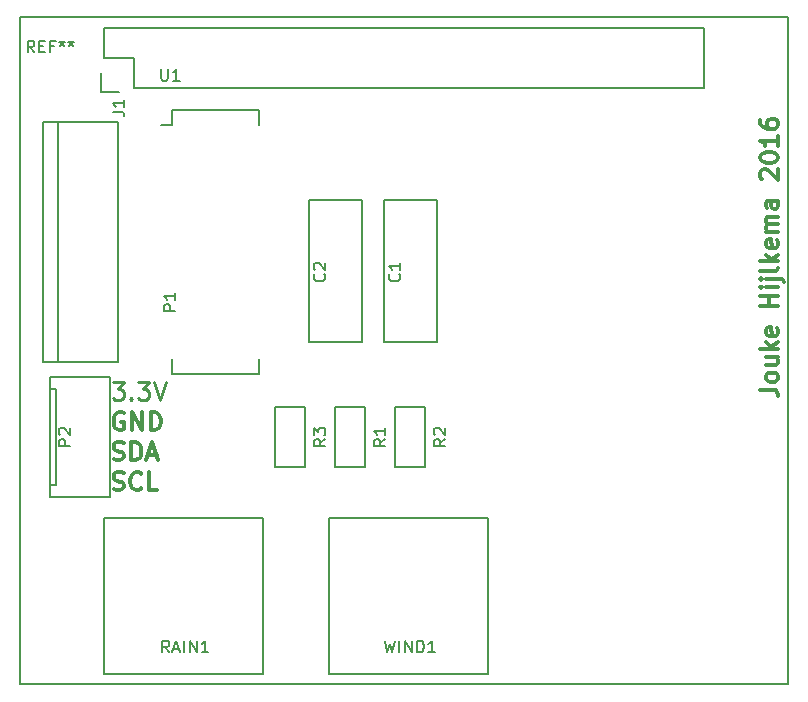
<source format=gbr>
G04 #@! TF.FileFunction,Legend,Top*
%FSLAX46Y46*%
G04 Gerber Fmt 4.6, Leading zero omitted, Abs format (unit mm)*
G04 Created by KiCad (PCBNEW 4.0.2-4+6225~38~ubuntu15.10.1-stable) date sam. 19 mars 2016 16:29:29 CET*
%MOMM*%
G01*
G04 APERTURE LIST*
%ADD10C,0.100000*%
%ADD11C,0.300000*%
%ADD12C,0.250000*%
%ADD13C,0.150000*%
G04 APERTURE END LIST*
D10*
D11*
X157678571Y-79534285D02*
X158750000Y-79534285D01*
X158964286Y-79605713D01*
X159107143Y-79748570D01*
X159178571Y-79962856D01*
X159178571Y-80105713D01*
X159178571Y-78605713D02*
X159107143Y-78748571D01*
X159035714Y-78819999D01*
X158892857Y-78891428D01*
X158464286Y-78891428D01*
X158321429Y-78819999D01*
X158250000Y-78748571D01*
X158178571Y-78605713D01*
X158178571Y-78391428D01*
X158250000Y-78248571D01*
X158321429Y-78177142D01*
X158464286Y-78105713D01*
X158892857Y-78105713D01*
X159035714Y-78177142D01*
X159107143Y-78248571D01*
X159178571Y-78391428D01*
X159178571Y-78605713D01*
X158178571Y-76819999D02*
X159178571Y-76819999D01*
X158178571Y-77462856D02*
X158964286Y-77462856D01*
X159107143Y-77391428D01*
X159178571Y-77248570D01*
X159178571Y-77034285D01*
X159107143Y-76891428D01*
X159035714Y-76819999D01*
X159178571Y-76105713D02*
X157678571Y-76105713D01*
X158607143Y-75962856D02*
X159178571Y-75534285D01*
X158178571Y-75534285D02*
X158750000Y-76105713D01*
X159107143Y-74319999D02*
X159178571Y-74462856D01*
X159178571Y-74748570D01*
X159107143Y-74891427D01*
X158964286Y-74962856D01*
X158392857Y-74962856D01*
X158250000Y-74891427D01*
X158178571Y-74748570D01*
X158178571Y-74462856D01*
X158250000Y-74319999D01*
X158392857Y-74248570D01*
X158535714Y-74248570D01*
X158678571Y-74962856D01*
X159178571Y-72462856D02*
X157678571Y-72462856D01*
X158392857Y-72462856D02*
X158392857Y-71605713D01*
X159178571Y-71605713D02*
X157678571Y-71605713D01*
X159178571Y-70891427D02*
X158178571Y-70891427D01*
X157678571Y-70891427D02*
X157750000Y-70962856D01*
X157821429Y-70891427D01*
X157750000Y-70819999D01*
X157678571Y-70891427D01*
X157821429Y-70891427D01*
X158178571Y-70177141D02*
X159464286Y-70177141D01*
X159607143Y-70248570D01*
X159678571Y-70391427D01*
X159678571Y-70462855D01*
X157678571Y-70177141D02*
X157750000Y-70248570D01*
X157821429Y-70177141D01*
X157750000Y-70105713D01*
X157678571Y-70177141D01*
X157821429Y-70177141D01*
X159178571Y-69248569D02*
X159107143Y-69391427D01*
X158964286Y-69462855D01*
X157678571Y-69462855D01*
X159178571Y-68677141D02*
X157678571Y-68677141D01*
X158607143Y-68534284D02*
X159178571Y-68105713D01*
X158178571Y-68105713D02*
X158750000Y-68677141D01*
X159107143Y-66891427D02*
X159178571Y-67034284D01*
X159178571Y-67319998D01*
X159107143Y-67462855D01*
X158964286Y-67534284D01*
X158392857Y-67534284D01*
X158250000Y-67462855D01*
X158178571Y-67319998D01*
X158178571Y-67034284D01*
X158250000Y-66891427D01*
X158392857Y-66819998D01*
X158535714Y-66819998D01*
X158678571Y-67534284D01*
X159178571Y-66177141D02*
X158178571Y-66177141D01*
X158321429Y-66177141D02*
X158250000Y-66105713D01*
X158178571Y-65962855D01*
X158178571Y-65748570D01*
X158250000Y-65605713D01*
X158392857Y-65534284D01*
X159178571Y-65534284D01*
X158392857Y-65534284D02*
X158250000Y-65462855D01*
X158178571Y-65319998D01*
X158178571Y-65105713D01*
X158250000Y-64962855D01*
X158392857Y-64891427D01*
X159178571Y-64891427D01*
X159178571Y-63534284D02*
X158392857Y-63534284D01*
X158250000Y-63605713D01*
X158178571Y-63748570D01*
X158178571Y-64034284D01*
X158250000Y-64177141D01*
X159107143Y-63534284D02*
X159178571Y-63677141D01*
X159178571Y-64034284D01*
X159107143Y-64177141D01*
X158964286Y-64248570D01*
X158821429Y-64248570D01*
X158678571Y-64177141D01*
X158607143Y-64034284D01*
X158607143Y-63677141D01*
X158535714Y-63534284D01*
X157821429Y-61748570D02*
X157750000Y-61677141D01*
X157678571Y-61534284D01*
X157678571Y-61177141D01*
X157750000Y-61034284D01*
X157821429Y-60962855D01*
X157964286Y-60891427D01*
X158107143Y-60891427D01*
X158321429Y-60962855D01*
X159178571Y-61819998D01*
X159178571Y-60891427D01*
X157678571Y-59962856D02*
X157678571Y-59819999D01*
X157750000Y-59677142D01*
X157821429Y-59605713D01*
X157964286Y-59534284D01*
X158250000Y-59462856D01*
X158607143Y-59462856D01*
X158892857Y-59534284D01*
X159035714Y-59605713D01*
X159107143Y-59677142D01*
X159178571Y-59819999D01*
X159178571Y-59962856D01*
X159107143Y-60105713D01*
X159035714Y-60177142D01*
X158892857Y-60248570D01*
X158607143Y-60319999D01*
X158250000Y-60319999D01*
X157964286Y-60248570D01*
X157821429Y-60177142D01*
X157750000Y-60105713D01*
X157678571Y-59962856D01*
X159178571Y-58034285D02*
X159178571Y-58891428D01*
X159178571Y-58462856D02*
X157678571Y-58462856D01*
X157892857Y-58605713D01*
X158035714Y-58748571D01*
X158107143Y-58891428D01*
X157678571Y-56748571D02*
X157678571Y-57034285D01*
X157750000Y-57177142D01*
X157821429Y-57248571D01*
X158035714Y-57391428D01*
X158321429Y-57462857D01*
X158892857Y-57462857D01*
X159035714Y-57391428D01*
X159107143Y-57320000D01*
X159178571Y-57177142D01*
X159178571Y-56891428D01*
X159107143Y-56748571D01*
X159035714Y-56677142D01*
X158892857Y-56605714D01*
X158535714Y-56605714D01*
X158392857Y-56677142D01*
X158321429Y-56748571D01*
X158250000Y-56891428D01*
X158250000Y-57177142D01*
X158321429Y-57320000D01*
X158392857Y-57391428D01*
X158535714Y-57462857D01*
X102905714Y-87977143D02*
X103120000Y-88048571D01*
X103477143Y-88048571D01*
X103620000Y-87977143D01*
X103691429Y-87905714D01*
X103762857Y-87762857D01*
X103762857Y-87620000D01*
X103691429Y-87477143D01*
X103620000Y-87405714D01*
X103477143Y-87334286D01*
X103191429Y-87262857D01*
X103048571Y-87191429D01*
X102977143Y-87120000D01*
X102905714Y-86977143D01*
X102905714Y-86834286D01*
X102977143Y-86691429D01*
X103048571Y-86620000D01*
X103191429Y-86548571D01*
X103548571Y-86548571D01*
X103762857Y-86620000D01*
X105262857Y-87905714D02*
X105191428Y-87977143D01*
X104977142Y-88048571D01*
X104834285Y-88048571D01*
X104620000Y-87977143D01*
X104477142Y-87834286D01*
X104405714Y-87691429D01*
X104334285Y-87405714D01*
X104334285Y-87191429D01*
X104405714Y-86905714D01*
X104477142Y-86762857D01*
X104620000Y-86620000D01*
X104834285Y-86548571D01*
X104977142Y-86548571D01*
X105191428Y-86620000D01*
X105262857Y-86691429D01*
X106620000Y-88048571D02*
X105905714Y-88048571D01*
X105905714Y-86548571D01*
X102905714Y-85437143D02*
X103120000Y-85508571D01*
X103477143Y-85508571D01*
X103620000Y-85437143D01*
X103691429Y-85365714D01*
X103762857Y-85222857D01*
X103762857Y-85080000D01*
X103691429Y-84937143D01*
X103620000Y-84865714D01*
X103477143Y-84794286D01*
X103191429Y-84722857D01*
X103048571Y-84651429D01*
X102977143Y-84580000D01*
X102905714Y-84437143D01*
X102905714Y-84294286D01*
X102977143Y-84151429D01*
X103048571Y-84080000D01*
X103191429Y-84008571D01*
X103548571Y-84008571D01*
X103762857Y-84080000D01*
X104405714Y-85508571D02*
X104405714Y-84008571D01*
X104762857Y-84008571D01*
X104977142Y-84080000D01*
X105120000Y-84222857D01*
X105191428Y-84365714D01*
X105262857Y-84651429D01*
X105262857Y-84865714D01*
X105191428Y-85151429D01*
X105120000Y-85294286D01*
X104977142Y-85437143D01*
X104762857Y-85508571D01*
X104405714Y-85508571D01*
X105834285Y-85080000D02*
X106548571Y-85080000D01*
X105691428Y-85508571D02*
X106191428Y-84008571D01*
X106691428Y-85508571D01*
X103762857Y-81540000D02*
X103620000Y-81468571D01*
X103405714Y-81468571D01*
X103191429Y-81540000D01*
X103048571Y-81682857D01*
X102977143Y-81825714D01*
X102905714Y-82111429D01*
X102905714Y-82325714D01*
X102977143Y-82611429D01*
X103048571Y-82754286D01*
X103191429Y-82897143D01*
X103405714Y-82968571D01*
X103548571Y-82968571D01*
X103762857Y-82897143D01*
X103834286Y-82825714D01*
X103834286Y-82325714D01*
X103548571Y-82325714D01*
X104477143Y-82968571D02*
X104477143Y-81468571D01*
X105334286Y-82968571D01*
X105334286Y-81468571D01*
X106048572Y-82968571D02*
X106048572Y-81468571D01*
X106405715Y-81468571D01*
X106620000Y-81540000D01*
X106762858Y-81682857D01*
X106834286Y-81825714D01*
X106905715Y-82111429D01*
X106905715Y-82325714D01*
X106834286Y-82611429D01*
X106762858Y-82754286D01*
X106620000Y-82897143D01*
X106405715Y-82968571D01*
X106048572Y-82968571D01*
D12*
X102834286Y-78928571D02*
X103762857Y-78928571D01*
X103262857Y-79500000D01*
X103477143Y-79500000D01*
X103620000Y-79571429D01*
X103691429Y-79642857D01*
X103762857Y-79785714D01*
X103762857Y-80142857D01*
X103691429Y-80285714D01*
X103620000Y-80357143D01*
X103477143Y-80428571D01*
X103048571Y-80428571D01*
X102905714Y-80357143D01*
X102834286Y-80285714D01*
X104405714Y-80285714D02*
X104477142Y-80357143D01*
X104405714Y-80428571D01*
X104334285Y-80357143D01*
X104405714Y-80285714D01*
X104405714Y-80428571D01*
X104977143Y-78928571D02*
X105905714Y-78928571D01*
X105405714Y-79500000D01*
X105620000Y-79500000D01*
X105762857Y-79571429D01*
X105834286Y-79642857D01*
X105905714Y-79785714D01*
X105905714Y-80142857D01*
X105834286Y-80285714D01*
X105762857Y-80357143D01*
X105620000Y-80428571D01*
X105191428Y-80428571D01*
X105048571Y-80357143D01*
X104977143Y-80285714D01*
X106334285Y-78928571D02*
X106834285Y-80428571D01*
X107334285Y-78928571D01*
D13*
X102112000Y-90418000D02*
X102112000Y-103626000D01*
X115574000Y-90418000D02*
X115574000Y-103626000D01*
X102112000Y-103626000D02*
X115574000Y-103626000D01*
X114812000Y-90418000D02*
X115574000Y-90418000D01*
X102112000Y-90418000D02*
X114812000Y-90418000D01*
X121162000Y-90418000D02*
X121162000Y-103626000D01*
X134624000Y-90418000D02*
X134624000Y-103626000D01*
X121162000Y-103626000D02*
X134624000Y-103626000D01*
X133862000Y-90418000D02*
X134624000Y-90418000D01*
X121162000Y-90418000D02*
X133862000Y-90418000D01*
X152900000Y-48960000D02*
X102100000Y-48960000D01*
X104640000Y-54040000D02*
X152900000Y-54040000D01*
X152900000Y-48960000D02*
X152900000Y-54040000D01*
X102100000Y-48960000D02*
X102100000Y-51500000D01*
X101820000Y-52770000D02*
X101820000Y-54320000D01*
X102100000Y-51500000D02*
X104640000Y-51500000D01*
X104640000Y-51500000D02*
X104640000Y-54040000D01*
X101820000Y-54320000D02*
X103370000Y-54320000D01*
X95000000Y-104500000D02*
X95000000Y-48000000D01*
X160000000Y-104500000D02*
X95000000Y-104500000D01*
X160000000Y-48000000D02*
X160000000Y-104500000D01*
X95000000Y-48000000D02*
X160000000Y-48000000D01*
X98175000Y-56890000D02*
X98175000Y-77210000D01*
X103255000Y-56890000D02*
X96905000Y-56890000D01*
X103255000Y-77210000D02*
X96905000Y-77210000D01*
X103255000Y-56890000D02*
X103255000Y-77210000D01*
X96905000Y-56890000D02*
X96905000Y-77210000D01*
X107835000Y-55865000D02*
X107835000Y-57135000D01*
X115185000Y-55865000D02*
X115185000Y-57135000D01*
X115185000Y-78235000D02*
X115185000Y-76965000D01*
X107835000Y-78235000D02*
X107835000Y-76965000D01*
X107835000Y-55865000D02*
X115185000Y-55865000D01*
X107835000Y-78235000D02*
X115185000Y-78235000D01*
X107835000Y-57135000D02*
X106900000Y-57135000D01*
X124210000Y-81020000D02*
X124210000Y-86100000D01*
X124210000Y-86100000D02*
X121670000Y-86100000D01*
X121670000Y-86100000D02*
X121670000Y-81020000D01*
X121670000Y-81020000D02*
X124210000Y-81020000D01*
X129290000Y-81020000D02*
X129290000Y-86100000D01*
X129290000Y-86100000D02*
X126750000Y-86100000D01*
X126750000Y-86100000D02*
X126750000Y-81020000D01*
X126750000Y-81020000D02*
X129290000Y-81020000D01*
X119130000Y-81020000D02*
X119130000Y-86100000D01*
X119130000Y-86100000D02*
X116590000Y-86100000D01*
X116590000Y-86100000D02*
X116590000Y-81020000D01*
X116590000Y-81020000D02*
X119130000Y-81020000D01*
X97540000Y-79496000D02*
X98048000Y-79496000D01*
X98048000Y-79496000D02*
X98048000Y-87624000D01*
X98048000Y-87624000D02*
X97540000Y-87624000D01*
X102620000Y-78480000D02*
X102620000Y-88640000D01*
X102620000Y-88640000D02*
X97540000Y-88640000D01*
X97540000Y-88640000D02*
X97540000Y-78480000D01*
X97540000Y-78480000D02*
X102620000Y-78480000D01*
X125770000Y-75525000D02*
X125770000Y-63525000D01*
X125770000Y-63525000D02*
X130270000Y-63525000D01*
X130270000Y-63525000D02*
X130270000Y-75525000D01*
X130270000Y-75525000D02*
X125770000Y-75525000D01*
X119420000Y-75525000D02*
X119420000Y-63525000D01*
X119420000Y-63525000D02*
X123920000Y-63525000D01*
X123920000Y-63525000D02*
X123920000Y-75525000D01*
X123920000Y-75525000D02*
X119420000Y-75525000D01*
X107612858Y-101792381D02*
X107279524Y-101316190D01*
X107041429Y-101792381D02*
X107041429Y-100792381D01*
X107422382Y-100792381D01*
X107517620Y-100840000D01*
X107565239Y-100887619D01*
X107612858Y-100982857D01*
X107612858Y-101125714D01*
X107565239Y-101220952D01*
X107517620Y-101268571D01*
X107422382Y-101316190D01*
X107041429Y-101316190D01*
X107993810Y-101506667D02*
X108470001Y-101506667D01*
X107898572Y-101792381D02*
X108231905Y-100792381D01*
X108565239Y-101792381D01*
X108898572Y-101792381D02*
X108898572Y-100792381D01*
X109374762Y-101792381D02*
X109374762Y-100792381D01*
X109946191Y-101792381D01*
X109946191Y-100792381D01*
X110946191Y-101792381D02*
X110374762Y-101792381D01*
X110660476Y-101792381D02*
X110660476Y-100792381D01*
X110565238Y-100935238D01*
X110470000Y-101030476D01*
X110374762Y-101078095D01*
X125853334Y-100792381D02*
X126091429Y-101792381D01*
X126281906Y-101078095D01*
X126472382Y-101792381D01*
X126710477Y-100792381D01*
X127091429Y-101792381D02*
X127091429Y-100792381D01*
X127567619Y-101792381D02*
X127567619Y-100792381D01*
X128139048Y-101792381D01*
X128139048Y-100792381D01*
X128615238Y-101792381D02*
X128615238Y-100792381D01*
X128853333Y-100792381D01*
X128996191Y-100840000D01*
X129091429Y-100935238D01*
X129139048Y-101030476D01*
X129186667Y-101220952D01*
X129186667Y-101363810D01*
X129139048Y-101554286D01*
X129091429Y-101649524D01*
X128996191Y-101744762D01*
X128853333Y-101792381D01*
X128615238Y-101792381D01*
X130139048Y-101792381D02*
X129567619Y-101792381D01*
X129853333Y-101792381D02*
X129853333Y-100792381D01*
X129758095Y-100935238D01*
X129662857Y-101030476D01*
X129567619Y-101078095D01*
X102822381Y-56024333D02*
X103536667Y-56024333D01*
X103679524Y-56071953D01*
X103774762Y-56167191D01*
X103822381Y-56310048D01*
X103822381Y-56405286D01*
X103822381Y-55024333D02*
X103822381Y-55595762D01*
X103822381Y-55310048D02*
X102822381Y-55310048D01*
X102965238Y-55405286D01*
X103060476Y-55500524D01*
X103108095Y-55595762D01*
X96206667Y-50992381D02*
X95873333Y-50516190D01*
X95635238Y-50992381D02*
X95635238Y-49992381D01*
X96016191Y-49992381D01*
X96111429Y-50040000D01*
X96159048Y-50087619D01*
X96206667Y-50182857D01*
X96206667Y-50325714D01*
X96159048Y-50420952D01*
X96111429Y-50468571D01*
X96016191Y-50516190D01*
X95635238Y-50516190D01*
X96635238Y-50468571D02*
X96968572Y-50468571D01*
X97111429Y-50992381D02*
X96635238Y-50992381D01*
X96635238Y-49992381D01*
X97111429Y-49992381D01*
X97873334Y-50468571D02*
X97540000Y-50468571D01*
X97540000Y-50992381D02*
X97540000Y-49992381D01*
X98016191Y-49992381D01*
X98540000Y-49992381D02*
X98540000Y-50230476D01*
X98301905Y-50135238D02*
X98540000Y-50230476D01*
X98778096Y-50135238D01*
X98397143Y-50420952D02*
X98540000Y-50230476D01*
X98682858Y-50420952D01*
X99301905Y-49992381D02*
X99301905Y-50230476D01*
X99063810Y-50135238D02*
X99301905Y-50230476D01*
X99540001Y-50135238D01*
X99159048Y-50420952D02*
X99301905Y-50230476D01*
X99444763Y-50420952D01*
X108152381Y-72868095D02*
X107152381Y-72868095D01*
X107152381Y-72487142D01*
X107200000Y-72391904D01*
X107247619Y-72344285D01*
X107342857Y-72296666D01*
X107485714Y-72296666D01*
X107580952Y-72344285D01*
X107628571Y-72391904D01*
X107676190Y-72487142D01*
X107676190Y-72868095D01*
X108152381Y-71344285D02*
X108152381Y-71915714D01*
X108152381Y-71630000D02*
X107152381Y-71630000D01*
X107295238Y-71725238D01*
X107390476Y-71820476D01*
X107438095Y-71915714D01*
X106938095Y-52392381D02*
X106938095Y-53201905D01*
X106985714Y-53297143D01*
X107033333Y-53344762D01*
X107128571Y-53392381D01*
X107319048Y-53392381D01*
X107414286Y-53344762D01*
X107461905Y-53297143D01*
X107509524Y-53201905D01*
X107509524Y-52392381D01*
X108509524Y-53392381D02*
X107938095Y-53392381D01*
X108223809Y-53392381D02*
X108223809Y-52392381D01*
X108128571Y-52535238D01*
X108033333Y-52630476D01*
X107938095Y-52678095D01*
X125932381Y-83726666D02*
X125456190Y-84060000D01*
X125932381Y-84298095D02*
X124932381Y-84298095D01*
X124932381Y-83917142D01*
X124980000Y-83821904D01*
X125027619Y-83774285D01*
X125122857Y-83726666D01*
X125265714Y-83726666D01*
X125360952Y-83774285D01*
X125408571Y-83821904D01*
X125456190Y-83917142D01*
X125456190Y-84298095D01*
X125932381Y-82774285D02*
X125932381Y-83345714D01*
X125932381Y-83060000D02*
X124932381Y-83060000D01*
X125075238Y-83155238D01*
X125170476Y-83250476D01*
X125218095Y-83345714D01*
X131012381Y-83726666D02*
X130536190Y-84060000D01*
X131012381Y-84298095D02*
X130012381Y-84298095D01*
X130012381Y-83917142D01*
X130060000Y-83821904D01*
X130107619Y-83774285D01*
X130202857Y-83726666D01*
X130345714Y-83726666D01*
X130440952Y-83774285D01*
X130488571Y-83821904D01*
X130536190Y-83917142D01*
X130536190Y-84298095D01*
X130107619Y-83345714D02*
X130060000Y-83298095D01*
X130012381Y-83202857D01*
X130012381Y-82964761D01*
X130060000Y-82869523D01*
X130107619Y-82821904D01*
X130202857Y-82774285D01*
X130298095Y-82774285D01*
X130440952Y-82821904D01*
X131012381Y-83393333D01*
X131012381Y-82774285D01*
X120852381Y-83726666D02*
X120376190Y-84060000D01*
X120852381Y-84298095D02*
X119852381Y-84298095D01*
X119852381Y-83917142D01*
X119900000Y-83821904D01*
X119947619Y-83774285D01*
X120042857Y-83726666D01*
X120185714Y-83726666D01*
X120280952Y-83774285D01*
X120328571Y-83821904D01*
X120376190Y-83917142D01*
X120376190Y-84298095D01*
X119852381Y-83393333D02*
X119852381Y-82774285D01*
X120233333Y-83107619D01*
X120233333Y-82964761D01*
X120280952Y-82869523D01*
X120328571Y-82821904D01*
X120423810Y-82774285D01*
X120661905Y-82774285D01*
X120757143Y-82821904D01*
X120804762Y-82869523D01*
X120852381Y-82964761D01*
X120852381Y-83250476D01*
X120804762Y-83345714D01*
X120757143Y-83393333D01*
X99262381Y-84298095D02*
X98262381Y-84298095D01*
X98262381Y-83917142D01*
X98310000Y-83821904D01*
X98357619Y-83774285D01*
X98452857Y-83726666D01*
X98595714Y-83726666D01*
X98690952Y-83774285D01*
X98738571Y-83821904D01*
X98786190Y-83917142D01*
X98786190Y-84298095D01*
X98357619Y-83345714D02*
X98310000Y-83298095D01*
X98262381Y-83202857D01*
X98262381Y-82964761D01*
X98310000Y-82869523D01*
X98357619Y-82821904D01*
X98452857Y-82774285D01*
X98548095Y-82774285D01*
X98690952Y-82821904D01*
X99262381Y-83393333D01*
X99262381Y-82774285D01*
X127107143Y-69756666D02*
X127154762Y-69804285D01*
X127202381Y-69947142D01*
X127202381Y-70042380D01*
X127154762Y-70185238D01*
X127059524Y-70280476D01*
X126964286Y-70328095D01*
X126773810Y-70375714D01*
X126630952Y-70375714D01*
X126440476Y-70328095D01*
X126345238Y-70280476D01*
X126250000Y-70185238D01*
X126202381Y-70042380D01*
X126202381Y-69947142D01*
X126250000Y-69804285D01*
X126297619Y-69756666D01*
X127202381Y-68804285D02*
X127202381Y-69375714D01*
X127202381Y-69090000D02*
X126202381Y-69090000D01*
X126345238Y-69185238D01*
X126440476Y-69280476D01*
X126488095Y-69375714D01*
X120757143Y-69756666D02*
X120804762Y-69804285D01*
X120852381Y-69947142D01*
X120852381Y-70042380D01*
X120804762Y-70185238D01*
X120709524Y-70280476D01*
X120614286Y-70328095D01*
X120423810Y-70375714D01*
X120280952Y-70375714D01*
X120090476Y-70328095D01*
X119995238Y-70280476D01*
X119900000Y-70185238D01*
X119852381Y-70042380D01*
X119852381Y-69947142D01*
X119900000Y-69804285D01*
X119947619Y-69756666D01*
X119947619Y-69375714D02*
X119900000Y-69328095D01*
X119852381Y-69232857D01*
X119852381Y-68994761D01*
X119900000Y-68899523D01*
X119947619Y-68851904D01*
X120042857Y-68804285D01*
X120138095Y-68804285D01*
X120280952Y-68851904D01*
X120852381Y-69423333D01*
X120852381Y-68804285D01*
M02*

</source>
